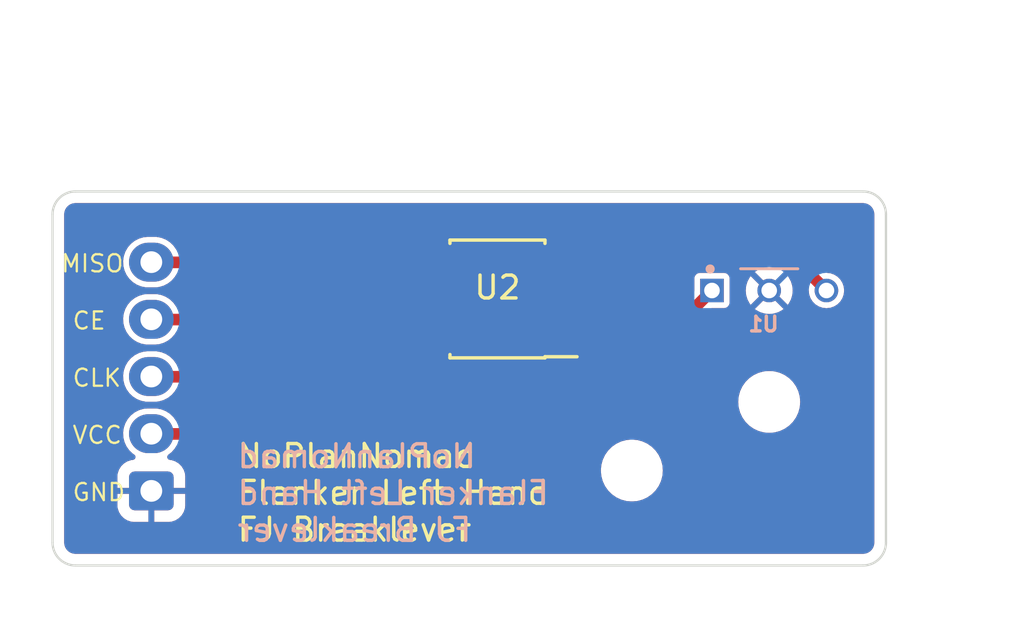
<source format=kicad_pcb>
(kicad_pcb (version 20221018) (generator pcbnew)
  (layers (0 "F.Cu" signal) (31 "B.Cu" signal) (34 "B.Paste" user) (35 "F.Paste" user) (36 "B.SilkS" user "B.Silkscreen") (37 "F.SilkS" user "F.Silkscreen") (38 "B.Mask" user) (39 "F.Mask" user) (44 "Edge.Cuts" user))
  (net 0 "")
  (net 1 "+5V")
  (net 2 "CLK")
  (net 3 "CE")
  (net 4 "MISO")
  (net 5 "GND")
  (net 6 "Net-(U1-OUT)")
  (footprint "MountingHole:MountingHole_2.2mm_M2" (layer "F.Cu") (at 60.07 32.900001)
    (fp_text reference "M1" hide)
    (fp_text value "MountingHole_2.2mm_M2")
    (pad "" np_thru_hole circle (at 0 0) (size 2.2 2.2) (drill 2.2) (layers "*.Cu" "*.Mask"))
  )
  (footprint "Package_SO:PowerIntegrations_SO-8" (layer "F.Cu") (at 54.2 25.4 180)
    (fp_text reference "U2" (at 0 0.5) (layer "F.SilkS"))
    (fp_text value "MCP3201")
    (fp_line (start -2.075 -2.575) (end -2.075 -2.525) (stroke (width 0.15)) (layer "F.SilkS"))
    (fp_line (start -2.075 -2.575) (end 2.075 -2.575) (stroke (width 0.15)) (layer "F.SilkS"))
    (fp_line (start -2.075 -2.525) (end -3.475 -2.525) (stroke (width 0.15)) (layer "F.SilkS"))
    (fp_line (start -2.075 2.575) (end -2.075 2.43) (stroke (width 0.15)) (layer "F.SilkS"))
    (fp_line (start -2.075 2.575) (end 2.075 2.575) (stroke (width 0.15)) (layer "F.SilkS"))
    (fp_line (start 2.075 -2.575) (end 2.075 -2.43) (stroke (width 0.15)) (layer "F.SilkS"))
    (fp_line (start 2.075 2.575) (end 2.075 2.43) (stroke (width 0.15)) (layer "F.SilkS"))
    (pad "1" smd rect (at -2.725 -1.905 180) (size 2 0.6) (layers "F.Cu" "F.Paste" "F.Mask") (net 1 "+5V"))
    (pad "2" smd rect (at -2.725 -0.635 180) (size 2 0.6) (layers "F.Cu" "F.Paste" "F.Mask") (net 6 "Net-(U1-OUT)"))
    (pad "3" smd rect (at -2.725 0.635 180) (size 2 0.6) (layers "F.Cu" "F.Paste" "F.Mask") (net 5 "GND"))
    (pad "4" smd rect (at -2.725 1.905 180) (size 2 0.6) (layers "F.Cu" "F.Paste" "F.Mask") (net 5 "GND"))
    (pad "5" smd rect (at 2.725 1.905 180) (size 2 0.6) (layers "F.Cu" "F.Paste" "F.Mask") (net 3 "CE"))
    (pad "6" smd rect (at 2.725 0.635 180) (size 2 0.6) (layers "F.Cu" "F.Paste" "F.Mask") (net 4 "MISO"))
    (pad "7" smd rect (at 2.725 -0.635 180) (size 2 0.6) (layers "F.Cu" "F.Paste" "F.Mask") (net 2 "CLK"))
    (pad "8" smd rect (at 2.725 -1.905 180) (size 2 0.6) (layers "F.Cu" "F.Paste" "F.Mask") (net 1 "+5V"))
  )
  (footprint "MountingHole:MountingHole_2.2mm_M2" (layer "F.Cu") (at 66.07 29.900001)
    (fp_text reference "M2" hide)
    (fp_text value "MountingHole_2.2mm_M2")
    (pad "" np_thru_hole circle (at 0 0) (size 2.2 2.2) (drill 2.2) (layers "*.Cu" "*.Mask"))
  )
  (footprint "MyLibrary:SS49E-T2" (layer "B.Cu") (at 66.07 25.030001)
    (fp_text reference "U1" (at -0.248 1.4764) (layer "B.SilkS") (effects (font (size 0.64 0.64)) (justify mirror)))
    (fp_text value "SS495A")
    (fp_line (start -1.25 -0.95) (end 1.25 -0.95) (stroke (width 0.127)) (layer "B.SilkS"))
    (fp_circle (center -2.58 -0.94) (end -2.48 -0.94) (stroke (width 0.2)) (fill none) (layer "B.SilkS"))
    (pad "1" thru_hole rect (at -2.5 0) (size 1.03 1.03) (drill 0.68) (layers "*.Cu" "*.Mask") (net 1 "+5V"))
    (pad "2" thru_hole circle (at 0 0) (size 1.03 1.03) (drill 0.68) (layers "*.Cu" "*.Mask") (net 5 "GND"))
    (pad "3" thru_hole circle (at 2.5 0) (size 1.03 1.03) (drill 0.68) (layers "*.Cu" "*.Mask") (net 6 "Net-(U1-OUT)"))
  )
  (footprint "Connector_JST:JST_XH_B5B-XH-A_1x05_P2.50mm_Vertical" (layer "B.Cu") (at 39.08 33.79 90)
    (fp_text reference "J1" hide)
    (fp_text value "Conn_01x06")
    (fp_text user "CE" (at 7 -3.5 unlocked) (layer "F.SilkS") (effects (font (size 0.75 0.75) (thickness 0.1)) (justify left bottom)))
    (fp_text user "MISO" (at 9.5 -4 unlocked) (layer "F.SilkS") (effects (font (size 0.75 0.75) (thickness 0.1)) (justify left bottom)))
    (fp_text user "GND" (at -0.5 -3.5 unlocked) (layer "F.SilkS") (effects (font (size 0.75 0.75) (thickness 0.1)) (justify left bottom)))
    (fp_text user "CLK" (at 4.5 -3.5 unlocked) (layer "F.SilkS") (effects (font (size 0.75 0.75) (thickness 0.1)) (justify left bottom)))
    (fp_text user "VCC" (at 2 -3.5 unlocked) (layer "F.SilkS") (effects (font (size 0.75 0.75) (thickness 0.1)) (justify left bottom)))
    (pad "1" thru_hole roundrect (at 0 0 90) (size 1.7 1.95) (drill 0.95) (layers "*.Cu" "*.Mask") (roundrect_rratio 0.1470588235) (net 5 "GND"))
    (pad "2" thru_hole oval (at 2.5 0 90) (size 1.7 1.95) (drill 0.95) (layers "*.Cu" "*.Mask") (net 1 "+5V"))
    (pad "3" thru_hole oval (at 5 0 90) (size 1.7 1.95) (drill 0.95) (layers "*.Cu" "*.Mask") (net 2 "CLK"))
    (pad "4" thru_hole oval (at 7.5 0 90) (size 1.7 1.95) (drill 0.95) (layers "*.Cu" "*.Mask") (net 3 "CE"))
    (pad "5" thru_hole oval (at 10 0 90) (size 1.7 1.95) (drill 0.95) (layers "*.Cu" "*.Mask") (net 4 "MISO"))
  )
  (gr_line (start 70.17 37.05) (end 35.765 37.05) (stroke (width 0.1)) (layer "Edge.Cuts"))
  (gr_arc (start 70.17 20.7) (mid 70.877107 20.992893) (end 71.17 21.7) (stroke (width 0.1)) (layer "Edge.Cuts"))
  (gr_line (start 35.765 20.7) (end 70.17 20.7) (stroke (width 0.1)) (layer "Edge.Cuts"))
  (gr_arc (start 34.765 21.7) (mid 35.057893 20.992893) (end 35.765 20.7) (stroke (width 0.1)) (layer "Edge.Cuts"))
  (gr_arc (start 35.765 37.05) (mid 35.057893 36.757107) (end 34.765 36.05) (stroke (width 0.1)) (layer "Edge.Cuts"))
  (gr_line (start 71.17 21.7) (end 71.17 36.05) (stroke (width 0.1)) (layer "Edge.Cuts"))
  (gr_arc (start 71.17 36.05) (mid 70.877107 36.757107) (end 70.17 37.05) (stroke (width 0.1)) (layer "Edge.Cuts"))
  (gr_line (start 34.765 21.7) (end 34.765 36.05) (stroke (width 0.1)) (layer "Edge.Cuts"))
  (gr_text "NoPlanNomad\nFlanker Left Hand\nFJ Breaklever\n" (at 42.76 36.08) (layer "B.SilkS") (effects (font (size 1 1)) (justify right bottom mirror)))
  (gr_text "NoPlanNomad\nFlanker Left Hand\nFJ Breaklever\n" (at 42.76 36.07) (layer "F.SilkS") (effects (font (size 1 1)) (justify left bottom)))
  (segment (start 44.4 31.3) (end 39.09 31.3) (width 0.508) (layer "F.Cu") (net 1))
  (segment (start 48.395 27.305) (end 44.4 31.3) (width 0.508) (layer "F.Cu") (net 1))
  (segment (start 63.57 25.030001) (end 61.295001 27.305) (width 0.508) (layer "F.Cu") (net 1))
  (segment (start 61.295001 27.305) (end 56.925 27.305) (width 0.508) (layer "F.Cu") (net 1))
  (segment (start 51.475 27.305) (end 56.925 27.305) (width 0.508) (layer "F.Cu") (net 1))
  (segment (start 51.475 27.305) (end 48.395 27.305) (width 0.508) (layer "F.Cu") (net 1))
  (segment (start 39.09 31.3) (end 39.08 31.29) (width 0.508) (layer "F.Cu") (net 1))
  (segment (start 44.2 28.8) (end 39.09 28.8) (width 0.508) (layer "F.Cu") (net 2))
  (segment (start 46.965 26.035) (end 44.2 28.8) (width 0.508) (layer "F.Cu") (net 2))
  (segment (start 39.09 28.8) (end 39.08 28.79) (width 0.508) (layer "F.Cu") (net 2))
  (segment (start 51.475 26.035) (end 46.965 26.035) (width 0.508) (layer "F.Cu") (net 2))
  (segment (start 39.09 26.3) (end 39.08 26.29) (width 0.508) (layer "F.Cu") (net 3))
  (segment (start 51.475 23.495) (end 47.205 23.495) (width 0.508) (layer "F.Cu") (net 3))
  (segment (start 44.4 26.3) (end 39.09 26.3) (width 0.508) (layer "F.Cu") (net 3))
  (segment (start 47.205 23.495) (end 44.4 26.3) (width 0.508) (layer "F.Cu") (net 3))
  (segment (start 42.9 23.8) (end 44.5 22.2) (width 0.508) (layer "F.Cu") (net 4))
  (segment (start 54.2 24) (end 53.435 24.765) (width 0.508) (layer "F.Cu") (net 4))
  (segment (start 53.435 24.765) (end 51.475 24.765) (width 0.508) (layer "F.Cu") (net 4))
  (segment (start 53.2 22.2) (end 54.2 23.2) (width 0.508) (layer "F.Cu") (net 4))
  (segment (start 39.09 23.8) (end 42.9 23.8) (width 0.508) (layer "F.Cu") (net 4))
  (segment (start 39.08 23.79) (end 39.09 23.8) (width 0.508) (layer "F.Cu") (net 4))
  (segment (start 44.5 22.2) (end 53.2 22.2) (width 0.508) (layer "F.Cu") (net 4))
  (segment (start 54.2 23.2) (end 54.2 24) (width 0.508) (layer "F.Cu") (net 4))
  (segment (start 66.839999 23.3) (end 62.3 23.3) (width 0.508) (layer "F.Cu") (net 6))
  (segment (start 59.565 26.035) (end 56.925 26.035) (width 0.508) (layer "F.Cu") (net 6))
  (segment (start 68.57 25.030001) (end 66.839999 23.3) (width 0.508) (layer "F.Cu") (net 6))
  (segment (start 62.3 23.3) (end 59.565 26.035) (width 0.508) (layer "F.Cu") (net 6))
  (zone (net 5) (net_name "GND") (layers "F&B.Cu") (connect_pads (clearance 0.254)) (min_thickness 0.254) (fill yes (thermal_gap 0.508) (thermal_bridge_width 0.254))
    (polygon (pts (xy 77.21 39.16) (xy 32.47 38.31) (xy 32.55 12.33) (xy 77.22 13.01)))
  )
)
</source>
